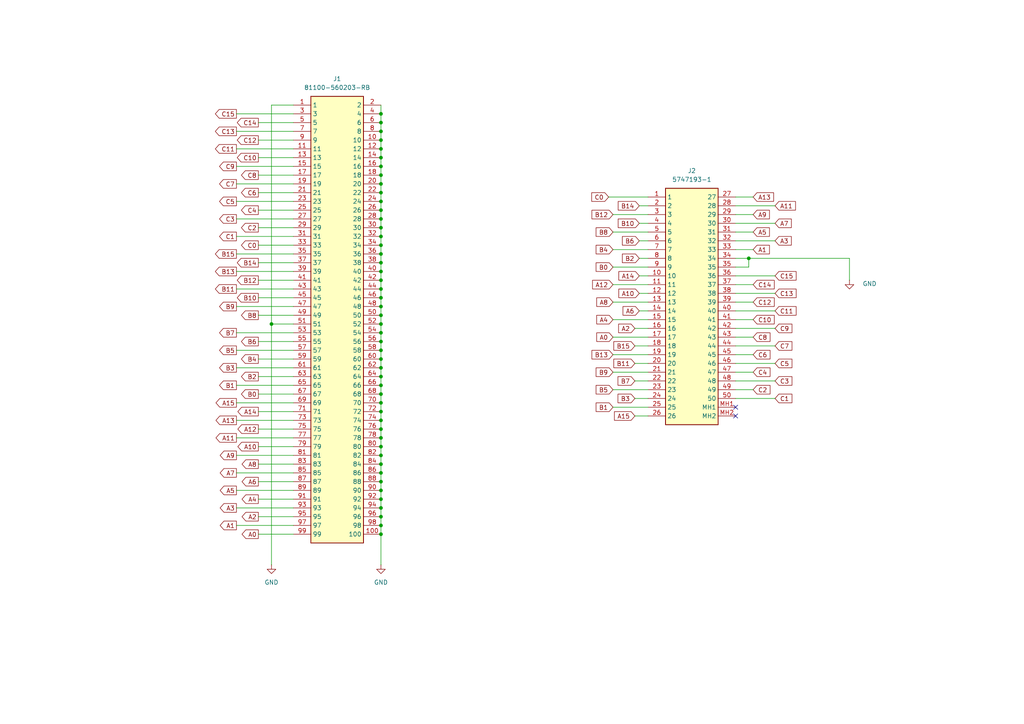
<source format=kicad_sch>
(kicad_sch (version 20231120) (generator "eeschema") (generator_version "8.0")
  (paper "A4")
  (title_block (title "ArCS Signal Adapter Flex Type 1") (date "2024-10-10") (rev "Rev 1") (company "Fermilab") (comment 1 "Marco Del Tutto"))
  (lib_symbols
    (symbol "5747193-1:5747193-1"
      (property "Reference" "J" (at 21.59 7.62 0))
      (property "Value" "5747193-1" (at 21.59 5.08 0))
      (symbol "5747193-1_1_1"
        (rectangle (start 5.08 2.54) (end 20.32 -66.04) (stroke (width 0.254)) (fill (type background)))
        (pin passive line (at 0 0 0) (length 5.08) (name "1") (number "1"))
        (pin passive line (at 0 -22.86 0) (length 5.08) (name "10") (number "10"))
        (pin passive line (at 0 -25.4 0) (length 5.08) (name "11") (number "11"))
        (pin passive line (at 0 -27.94 0) (length 5.08) (name "12") (number "12"))
        (pin passive line (at 0 -30.48 0) (length 5.08) (name "13") (number "13"))
        (pin passive line (at 0 -33.02 0) (length 5.08) (name "14") (number "14"))
        (pin passive line (at 0 -35.56 0) (length 5.08) (name "15") (number "15"))
        (pin passive line (at 0 -38.1 0) (length 5.08) (name "16") (number "16"))
        (pin passive line (at 0 -40.64 0) (length 5.08) (name "17") (number "17"))
        (pin passive line (at 0 -43.18 0) (length 5.08) (name "18") (number "18"))
        (pin passive line (at 0 -45.72 0) (length 5.08) (name "19") (number "19"))
        (pin passive line (at 0 -2.54 0) (length 5.08) (name "2") (number "2"))
        (pin passive line (at 0 -48.26 0) (length 5.08) (name "20") (number "20"))
        (pin passive line (at 0 -50.8 0) (length 5.08) (name "21") (number "21"))
        (pin passive line (at 0 -53.34 0) (length 5.08) (name "22") (number "22"))
        (pin passive line (at 0 -55.88 0) (length 5.08) (name "23") (number "23"))
        (pin passive line (at 0 -58.42 0) (length 5.08) (name "24") (number "24"))
        (pin passive line (at 0 -60.96 0) (length 5.08) (name "25") (number "25"))
        (pin passive line (at 0 -63.5 0) (length 5.08) (name "26") (number "26"))
        (pin passive line (at 25.4 0 180) (length 5.08) (name "27") (number "27"))
        (pin passive line (at 25.4 -2.54 180) (length 5.08) (name "28") (number "28"))
        (pin passive line (at 25.4 -5.08 180) (length 5.08) (name "29") (number "29"))
        (pin passive line (at 0 -5.08 0) (length 5.08) (name "3") (number "3"))
        (pin passive line (at 25.4 -7.62 180) (length 5.08) (name "30") (number "30"))
        (pin passive line (at 25.4 -10.16 180) (length 5.08) (name "31") (number "31"))
        (pin passive line (at 25.4 -12.7 180) (length 5.08) (name "32") (number "32"))
        (pin passive line (at 25.4 -15.24 180) (length 5.08) (name "33") (number "33"))
        (pin passive line (at 25.4 -17.78 180) (length 5.08) (name "34") (number "34"))
        (pin passive line (at 25.4 -20.32 180) (length 5.08) (name "35") (number "35"))
        (pin passive line (at 25.4 -22.86 180) (length 5.08) (name "36") (number "36"))
        (pin passive line (at 25.4 -25.4 180) (length 5.08) (name "37") (number "37"))
        (pin passive line (at 25.4 -27.94 180) (length 5.08) (name "38") (number "38"))
        (pin passive line (at 25.4 -30.48 180) (length 5.08) (name "39") (number "39"))
        (pin passive line (at 0 -7.62 0) (length 5.08) (name "4") (number "4"))
        (pin passive line (at 25.4 -33.02 180) (length 5.08) (name "40") (number "40"))
        (pin passive line (at 25.4 -35.56 180) (length 5.08) (name "41") (number "41"))
        (pin passive line (at 25.4 -38.1 180) (length 5.08) (name "42") (number "42"))
        (pin passive line (at 25.4 -40.64 180) (length 5.08) (name "43") (number "43"))
        (pin passive line (at 25.4 -43.18 180) (length 5.08) (name "44") (number "44"))
        (pin passive line (at 25.4 -45.72 180) (length 5.08) (name "45") (number "45"))
        (pin passive line (at 25.4 -48.26 180) (length 5.08) (name "46") (number "46"))
        (pin passive line (at 25.4 -50.8 180) (length 5.08) (name "47") (number "47"))
        (pin passive line (at 25.4 -53.34 180) (length 5.08) (name "48") (number "48"))
        (pin passive line (at 25.4 -55.88 180) (length 5.08) (name "49") (number "49"))
        (pin passive line (at 0 -10.16 0) (length 5.08) (name "5") (number "5"))
        (pin passive line (at 25.4 -58.42 180) (length 5.08) (name "50") (number "50"))
        (pin passive line (at 0 -12.7 0) (length 5.08) (name "6") (number "6"))
        (pin passive line (at 0 -15.24 0) (length 5.08) (name "7") (number "7"))
        (pin passive line (at 0 -17.78 0) (length 5.08) (name "8") (number "8"))
        (pin passive line (at 0 -20.32 0) (length 5.08) (name "9") (number "9"))
        (pin passive line (at 25.4 -60.96 180) (length 5.08) (name "MH1") (number "MH1"))
        (pin passive line (at 25.4 -63.5 180) (length 5.08) (name "MH2") (number "MH2"))
      )
    )
    (symbol "81100-560203-RB:81100-560203-RB"
      (property "Reference" "J" (at 21.59 7.62 0))
      (property "Value" "81100-560203-RB" (at 21.59 5.08 0))
      (symbol "81100-560203-RB_1_1"
        (rectangle (start 5.08 2.54) (end 20.32 -127) (stroke (width 0.254)) (fill (type background)))
        (pin passive line (at 0 0 0) (length 5.08) (name "1") (number "1"))
        (pin passive line (at 25.4 -10.16 180) (length 5.08) (name "10") (number "10"))
        (pin passive line (at 25.4 -124.46 180) (length 5.08) (name "100") (number "100"))
        (pin passive line (at 0 -12.7 0) (length 5.08) (name "11") (number "11"))
        (pin passive line (at 25.4 -12.7 180) (length 5.08) (name "12") (number "12"))
        (pin passive line (at 0 -15.24 0) (length 5.08) (name "13") (number "13"))
        (pin passive line (at 25.4 -15.24 180) (length 5.08) (name "14") (number "14"))
        (pin passive line (at 0 -17.78 0) (length 5.08) (name "15") (number "15"))
        (pin passive line (at 25.4 -17.78 180) (length 5.08) (name "16") (number "16"))
        (pin passive line (at 0 -20.32 0) (length 5.08) (name "17") (number "17"))
        (pin passive line (at 25.4 -20.32 180) (length 5.08) (name "18") (number "18"))
        (pin passive line (at 0 -22.86 0) (length 5.08) (name "19") (number "19"))
        (pin passive line (at 25.4 0 180) (length 5.08) (name "2") (number "2"))
        (pin passive line (at 25.4 -22.86 180) (length 5.08) (name "20") (number "20"))
        (pin passive line (at 0 -25.4 0) (length 5.08) (name "21") (number "21"))
        (pin passive line (at 25.4 -25.4 180) (length 5.08) (name "22") (number "22"))
        (pin passive line (at 0 -27.94 0) (length 5.08) (name "23") (number "23"))
        (pin passive line (at 25.4 -27.94 180) (length 5.08) (name "24") (number "24"))
        (pin passive line (at 0 -30.48 0) (length 5.08) (name "25") (number "25"))
        (pin passive line (at 25.4 -30.48 180) (length 5.08) (name "26") (number "26"))
        (pin passive line (at 0 -33.02 0) (length 5.08) (name "27") (number "27"))
        (pin passive line (at 25.4 -33.02 180) (length 5.08) (name "28") (number "28"))
        (pin passive line (at 0 -35.56 0) (length 5.08) (name "29") (number "29"))
        (pin passive line (at 0 -2.54 0) (length 5.08) (name "3") (number "3"))
        (pin passive line (at 25.4 -35.56 180) (length 5.08) (name "30") (number "30"))
        (pin passive line (at 0 -38.1 0) (length 5.08) (name "31") (number "31"))
        (pin passive line (at 25.4 -38.1 180) (length 5.08) (name "32") (number "32"))
        (pin passive line (at 0 -40.64 0) (length 5.08) (name "33") (number "33"))
        (pin passive line (at 25.4 -40.64 180) (length 5.08) (name "34") (number "34"))
        (pin passive line (at 0 -43.18 0) (length 5.08) (name "35") (number "35"))
        (pin passive line (at 25.4 -43.18 180) (length 5.08) (name "36") (number "36"))
        (pin passive line (at 0 -45.72 0) (length 5.08) (name "37") (number "37"))
        (pin passive line (at 25.4 -45.72 180) (length 5.08) (name "38") (number "38"))
        (pin passive line (at 0 -48.26 0) (length 5.08) (name "39") (number "39"))
        (pin passive line (at 25.4 -2.54 180) (length 5.08) (name "4") (number "4"))
        (pin passive line (at 25.4 -48.26 180) (length 5.08) (name "40") (number "40"))
        (pin passive line (at 0 -50.8 0) (length 5.08) (name "41") (number "41"))
        (pin passive line (at 25.4 -50.8 180) (length 5.08) (name "42") (number "42"))
        (pin passive line (at 0 -53.34 0) (length 5.08) (name "43") (number "43"))
        (pin passive line (at 25.4 -53.34 180) (length 5.08) (name "44") (number "44"))
        (pin passive line (at 0 -55.88 0) (length 5.08) (name "45") (number "45"))
        (pin passive line (at 25.4 -55.88 180) (length 5.08) (name "46") (number "46"))
        (pin passive line (at 0 -58.42 0) (length 5.08) (name "47") (number "47"))
        (pin passive line (at 25.4 -58.42 180) (length 5.08) (name "48") (number "48"))
        (pin passive line (at 0 -60.96 0) (length 5.08) (name "49") (number "49"))
        (pin passive line (at 0 -5.08 0) (length 5.08) (name "5") (number "5"))
        (pin passive line (at 25.4 -60.96 180) (length 5.08) (name "50") (number "50"))
        (pin passive line (at 0 -63.5 0) (length 5.08) (name "51") (number "51"))
        (pin passive line (at 25.4 -63.5 180) (length 5.08) (name "52") (number "52"))
        (pin passive line (at 0 -66.04 0) (length 5.08) (name "53") (number "53"))
        (pin passive line (at 25.4 -66.04 180) (length 5.08) (name "54") (number "54"))
        (pin passive line (at 0 -68.58 0) (length 5.08) (name "55") (number "55"))
        (pin passive line (at 25.4 -68.58 180) (length 5.08) (name "56") (number "56"))
        (pin passive line (at 0 -71.12 0) (length 5.08) (name "57") (number "57"))
        (pin passive line (at 25.4 -71.12 180) (length 5.08) (name "58") (number "58"))
        (pin passive line (at 0 -73.66 0) (length 5.08) (name "59") (number "59"))
        (pin passive line (at 25.4 -5.08 180) (length 5.08) (name "6") (number "6"))
        (pin passive line (at 25.4 -73.66 180) (length 5.08) (name "60") (number "60"))
        (pin passive line (at 0 -76.2 0) (length 5.08) (name "61") (number "61"))
        (pin passive line (at 25.4 -76.2 180) (length 5.08) (name "62") (number "62"))
        (pin passive line (at 0 -78.74 0) (length 5.08) (name "63") (number "63"))
        (pin passive line (at 25.4 -78.74 180) (length 5.08) (name "64") (number "64"))
        (pin passive line (at 0 -81.28 0) (length 5.08) (name "65") (number "65"))
        (pin passive line (at 25.4 -81.28 180) (length 5.08) (name "66") (number "66"))
        (pin passive line (at 0 -83.82 0) (length 5.08) (name "67") (number "67"))
        (pin passive line (at 25.4 -83.82 180) (length 5.08) (name "68") (number "68"))
        (pin passive line (at 0 -86.36 0) (length 5.08) (name "69") (number "69"))
        (pin passive line (at 0 -7.62 0) (length 5.08) (name "7") (number "7"))
        (pin passive line (at 25.4 -86.36 180) (length 5.08) (name "70") (number "70"))
        (pin passive line (at 0 -88.9 0) (length 5.08) (name "71") (number "71"))
        (pin passive line (at 25.4 -88.9 180) (length 5.08) (name "72") (number "72"))
        (pin passive line (at 0 -91.44 0) (length 5.08) (name "73") (number "73"))
        (pin passive line (at 25.4 -91.44 180) (length 5.08) (name "74") (number "74"))
        (pin passive line (at 0 -93.98 0) (length 5.08) (name "75") (number "75"))
        (pin passive line (at 25.4 -93.98 180) (length 5.08) (name "76") (number "76"))
        (pin passive line (at 0 -96.52 0) (length 5.08) (name "77") (number "77"))
        (pin passive line (at 25.4 -96.52 180) (length 5.08) (name "78") (number "78"))
        (pin passive line (at 0 -99.06 0) (length 5.08) (name "79") (number "79"))
        (pin passive line (at 25.4 -7.62 180) (length 5.08) (name "8") (number "8"))
        (pin passive line (at 25.4 -99.06 180) (length 5.08) (name "80") (number "80"))
        (pin passive line (at 0 -101.6 0) (length 5.08) (name "81") (number "81"))
        (pin passive line (at 25.4 -101.6 180) (length 5.08) (name "82") (number "82"))
        (pin passive line (at 0 -104.14 0) (length 5.08) (name "83") (number "83"))
        (pin passive line (at 25.4 -104.14 180) (length 5.08) (name "84") (number "84"))
        (pin passive line (at 0 -106.68 0) (length 5.08) (name "85") (number "85"))
        (pin passive line (at 25.4 -106.68 180) (length 5.08) (name "86") (number "86"))
        (pin passive line (at 0 -109.22 0) (length 5.08) (name "87") (number "87"))
        (pin passive line (at 25.4 -109.22 180) (length 5.08) (name "88") (number "88"))
        (pin passive line (at 0 -111.76 0) (length 5.08) (name "89") (number "89"))
        (pin passive line (at 0 -10.16 0) (length 5.08) (name "9") (number "9"))
        (pin passive line (at 25.4 -111.76 180) (length 5.08) (name "90") (number "90"))
        (pin passive line (at 0 -114.3 0) (length 5.08) (name "91") (number "91"))
        (pin passive line (at 25.4 -114.3 180) (length 5.08) (name "92") (number "92"))
        (pin passive line (at 0 -116.84 0) (length 5.08) (name "93") (number "93"))
        (pin passive line (at 25.4 -116.84 180) (length 5.08) (name "94") (number "94"))
        (pin passive line (at 0 -119.38 0) (length 5.08) (name "95") (number "95"))
        (pin passive line (at 25.4 -119.38 180) (length 5.08) (name "96") (number "96"))
        (pin passive line (at 0 -121.92 0) (length 5.08) (name "97") (number "97"))
        (pin passive line (at 25.4 -121.92 180) (length 5.08) (name "98") (number "98"))
        (pin passive line (at 0 -124.46 0) (length 5.08) (name "99") (number "99"))
      )
    )
    (symbol "power:GND" (power) (pin_numbers hide) (pin_names (offset 0) hide)
      (property "Value" "GND" (at 0 -3.81 0))
      (symbol "GND_0_1"
        (polyline (pts (xy 0 0) (xy 0 -1.27) (xy 1.27 -1.27) (xy 0 -2.54) (xy -1.27 -1.27) (xy 0 -1.27)))
      )
      (symbol "GND_1_1"
        (pin power_in line (at 0 0 270) (length 0) (name "~") (number "1"))
      )
    )
  )
  (junction (at 110.49 86.36))
  (junction (at 217.17 74.93))
  (junction (at 110.49 83.82))
  (junction (at 110.49 121.92))
  (junction (at 78.74 93.98))
  (junction (at 110.49 81.28))
  (junction (at 110.49 48.26))
  (junction (at 110.49 124.46))
  (junction (at 110.49 63.5))
  (junction (at 110.49 154.94))
  (junction (at 110.49 60.96))
  (junction (at 110.49 40.64))
  (junction (at 110.49 139.7))
  (junction (at 110.49 106.68))
  (junction (at 110.49 101.6))
  (junction (at 110.49 35.56))
  (junction (at 110.49 71.12))
  (junction (at 110.49 99.06))
  (junction (at 110.49 55.88))
  (junction (at 110.49 109.22))
  (junction (at 110.49 152.4))
  (junction (at 110.49 114.3))
  (junction (at 110.49 129.54))
  (junction (at 110.49 132.08))
  (junction (at 110.49 137.16))
  (junction (at 110.49 119.38))
  (junction (at 110.49 147.32))
  (junction (at 110.49 111.76))
  (junction (at 110.49 142.24))
  (junction (at 110.49 88.9))
  (junction (at 110.49 134.62))
  (junction (at 110.49 127))
  (junction (at 110.49 76.2))
  (junction (at 110.49 116.84))
  (junction (at 110.49 104.14))
  (junction (at 110.49 66.04))
  (junction (at 110.49 33.02))
  (junction (at 110.49 144.78))
  (junction (at 110.49 68.58))
  (junction (at 110.49 38.1))
  (junction (at 110.49 149.86))
  (junction (at 110.49 53.34))
  (junction (at 110.49 93.98))
  (junction (at 110.49 78.74))
  (junction (at 110.49 58.42))
  (junction (at 110.49 43.18))
  (junction (at 110.49 50.8))
  (junction (at 110.49 91.44))
  (junction (at 110.49 45.72))
  (junction (at 110.49 96.52))
  (junction (at 110.49 73.66))
  (no_connect (at 213.36 120.65))
  (no_connect (at 213.36 118.11))
  (wire (pts (xy 68.58 147.32) (xy 85.09 147.32)))
  (wire (pts (xy 68.58 116.84) (xy 85.09 116.84)))
  (wire (pts (xy 68.58 101.6) (xy 85.09 101.6)))
  (wire (pts (xy 187.96 74.93) (xy 185.42 74.93)))
  (wire (pts (xy 218.44 67.31) (xy 213.36 67.31)))
  (wire (pts (xy 74.93 71.12) (xy 85.09 71.12)))
  (wire (pts (xy 177.8 67.31) (xy 187.96 67.31)))
  (wire (pts (xy 177.8 107.95) (xy 187.96 107.95)))
  (wire (pts (xy 74.93 114.3) (xy 85.09 114.3)))
  (wire (pts (xy 110.49 45.72) (xy 110.49 48.26)))
  (wire (pts (xy 110.49 43.18) (xy 110.49 45.72)))
  (wire (pts (xy 68.58 111.76) (xy 85.09 111.76)))
  (wire (pts (xy 224.79 85.09) (xy 213.36 85.09)))
  (wire (pts (xy 68.58 33.02) (xy 85.09 33.02)))
  (wire (pts (xy 213.36 74.93) (xy 217.17 74.93)))
  (wire (pts (xy 74.93 119.38) (xy 85.09 119.38)))
  (wire (pts (xy 68.58 58.42) (xy 85.09 58.42)))
  (wire (pts (xy 110.49 124.46) (xy 110.49 127)))
  (wire (pts (xy 224.79 95.25) (xy 213.36 95.25)))
  (wire (pts (xy 217.17 77.47) (xy 217.17 74.93)))
  (wire (pts (xy 74.93 86.36) (xy 85.09 86.36)))
  (wire (pts (xy 74.93 76.2) (xy 85.09 76.2)))
  (wire (pts (xy 110.49 149.86) (xy 110.49 152.4)))
  (wire (pts (xy 110.49 88.9) (xy 110.49 91.44)))
  (wire (pts (xy 68.58 83.82) (xy 85.09 83.82)))
  (wire (pts (xy 218.44 102.87) (xy 213.36 102.87)))
  (wire (pts (xy 110.49 93.98) (xy 110.49 96.52)))
  (wire (pts (xy 110.49 142.24) (xy 110.49 144.78)))
  (wire (pts (xy 224.79 59.69) (xy 213.36 59.69)))
  (wire (pts (xy 224.79 105.41) (xy 213.36 105.41)))
  (wire (pts (xy 74.93 134.62) (xy 85.09 134.62)))
  (wire (pts (xy 177.8 62.23) (xy 187.96 62.23)))
  (wire (pts (xy 74.93 45.72) (xy 85.09 45.72)))
  (wire (pts (xy 74.93 109.22) (xy 85.09 109.22)))
  (wire (pts (xy 74.93 66.04) (xy 85.09 66.04)))
  (wire (pts (xy 177.8 97.79) (xy 187.96 97.79)))
  (wire (pts (xy 68.58 48.26) (xy 85.09 48.26)))
  (wire (pts (xy 110.49 33.02) (xy 110.49 35.56)))
  (wire (pts (xy 218.44 62.23) (xy 213.36 62.23)))
  (wire (pts (xy 110.49 154.94) (xy 110.49 163.83)))
  (wire (pts (xy 177.8 87.63) (xy 187.96 87.63)))
  (wire (pts (xy 110.49 53.34) (xy 110.49 55.88)))
  (wire (pts (xy 74.93 99.06) (xy 85.09 99.06)))
  (wire (pts (xy 110.49 121.92) (xy 110.49 124.46)))
  (wire (pts (xy 184.15 110.49) (xy 187.96 110.49)))
  (wire (pts (xy 184.15 100.33) (xy 187.96 100.33)))
  (wire (pts (xy 218.44 72.39) (xy 213.36 72.39)))
  (wire (pts (xy 110.49 147.32) (xy 110.49 149.86)))
  (wire (pts (xy 217.17 74.93) (xy 246.38 74.93)))
  (wire (pts (xy 110.49 71.12) (xy 110.49 73.66)))
  (wire (pts (xy 110.49 152.4) (xy 110.49 154.94)))
  (wire (pts (xy 68.58 43.18) (xy 85.09 43.18)))
  (wire (pts (xy 74.93 149.86) (xy 85.09 149.86)))
  (wire (pts (xy 184.15 95.25) (xy 187.96 95.25)))
  (wire (pts (xy 224.79 64.77) (xy 213.36 64.77)))
  (wire (pts (xy 177.8 92.71) (xy 187.96 92.71)))
  (wire (pts (xy 224.79 115.57) (xy 213.36 115.57)))
  (wire (pts (xy 110.49 83.82) (xy 110.49 86.36)))
  (wire (pts (xy 224.79 100.33) (xy 213.36 100.33)))
  (wire (pts (xy 110.49 129.54) (xy 110.49 132.08)))
  (wire (pts (xy 68.58 78.74) (xy 85.09 78.74)))
  (wire (pts (xy 187.96 69.85) (xy 185.42 69.85)))
  (wire (pts (xy 110.49 58.42) (xy 110.49 60.96)))
  (wire (pts (xy 110.49 60.96) (xy 110.49 63.5)))
  (wire (pts (xy 110.49 40.64) (xy 110.49 43.18)))
  (wire (pts (xy 110.49 144.78) (xy 110.49 147.32)))
  (wire (pts (xy 177.8 82.55) (xy 187.96 82.55)))
  (wire (pts (xy 110.49 96.52) (xy 110.49 99.06)))
  (wire (pts (xy 187.96 77.47) (xy 177.8 77.47)))
  (wire (pts (xy 110.49 134.62) (xy 110.49 137.16)))
  (wire (pts (xy 110.49 76.2) (xy 110.49 78.74)))
  (wire (pts (xy 74.93 129.54) (xy 85.09 129.54)))
  (wire (pts (xy 110.49 63.5) (xy 110.49 66.04)))
  (wire (pts (xy 184.15 115.57) (xy 187.96 115.57)))
  (wire (pts (xy 110.49 137.16) (xy 110.49 139.7)))
  (wire (pts (xy 68.58 142.24) (xy 85.09 142.24)))
  (wire (pts (xy 74.93 91.44) (xy 85.09 91.44)))
  (wire (pts (xy 68.58 132.08) (xy 85.09 132.08)))
  (wire (pts (xy 177.8 102.87) (xy 187.96 102.87)))
  (wire (pts (xy 110.49 66.04) (xy 110.49 68.58)))
  (wire (pts (xy 68.58 53.34) (xy 85.09 53.34)))
  (wire (pts (xy 74.93 124.46) (xy 85.09 124.46)))
  (wire (pts (xy 110.49 104.14) (xy 110.49 106.68)))
  (wire (pts (xy 68.58 127) (xy 85.09 127)))
  (wire (pts (xy 177.8 113.03) (xy 187.96 113.03)))
  (wire (pts (xy 184.15 105.41) (xy 187.96 105.41)))
  (wire (pts (xy 110.49 73.66) (xy 110.49 76.2)))
  (wire (pts (xy 110.49 55.88) (xy 110.49 58.42)))
  (wire (pts (xy 78.74 93.98) (xy 78.74 163.83)))
  (wire (pts (xy 110.49 35.56) (xy 110.49 38.1)))
  (wire (pts (xy 218.44 57.15) (xy 213.36 57.15)))
  (wire (pts (xy 185.42 85.09) (xy 187.96 85.09)))
  (wire (pts (xy 68.58 152.4) (xy 85.09 152.4)))
  (wire (pts (xy 68.58 121.92) (xy 85.09 121.92)))
  (wire (pts (xy 110.49 68.58) (xy 110.49 71.12)))
  (wire (pts (xy 187.96 72.39) (xy 177.8 72.39)))
  (wire (pts (xy 74.93 144.78) (xy 85.09 144.78)))
  (wire (pts (xy 78.74 30.48) (xy 78.74 93.98)))
  (wire (pts (xy 110.49 106.68) (xy 110.49 109.22)))
  (wire (pts (xy 78.74 93.98) (xy 85.09 93.98)))
  (wire (pts (xy 68.58 106.68) (xy 85.09 106.68)))
  (wire (pts (xy 218.44 87.63) (xy 213.36 87.63)))
  (wire (pts (xy 74.93 50.8) (xy 85.09 50.8)))
  (wire (pts (xy 68.58 73.66) (xy 85.09 73.66)))
  (wire (pts (xy 110.49 111.76) (xy 110.49 114.3)))
  (wire (pts (xy 74.93 104.14) (xy 85.09 104.14)))
  (wire (pts (xy 218.44 92.71) (xy 213.36 92.71)))
  (wire (pts (xy 110.49 132.08) (xy 110.49 134.62)))
  (wire (pts (xy 110.49 119.38) (xy 110.49 121.92)))
  (wire (pts (xy 110.49 101.6) (xy 110.49 104.14)))
  (wire (pts (xy 68.58 68.58) (xy 85.09 68.58)))
  (wire (pts (xy 110.49 127) (xy 110.49 129.54)))
  (wire (pts (xy 218.44 97.79) (xy 213.36 97.79)))
  (wire (pts (xy 68.58 63.5) (xy 85.09 63.5)))
  (wire (pts (xy 176.53 57.15) (xy 187.96 57.15)))
  (wire (pts (xy 184.15 120.65) (xy 187.96 120.65)))
  (wire (pts (xy 74.93 60.96) (xy 85.09 60.96)))
  (wire (pts (xy 74.93 35.56) (xy 85.09 35.56)))
  (wire (pts (xy 110.49 38.1) (xy 110.49 40.64)))
  (wire (pts (xy 110.49 116.84) (xy 110.49 119.38)))
  (wire (pts (xy 213.36 77.47) (xy 217.17 77.47)))
  (wire (pts (xy 218.44 82.55) (xy 213.36 82.55)))
  (wire (pts (xy 185.42 64.77) (xy 187.96 64.77)))
  (wire (pts (xy 185.42 59.69) (xy 187.96 59.69)))
  (wire (pts (xy 74.93 55.88) (xy 85.09 55.88)))
  (wire (pts (xy 110.49 99.06) (xy 110.49 101.6)))
  (wire (pts (xy 110.49 81.28) (xy 110.49 83.82)))
  (wire (pts (xy 224.79 90.17) (xy 213.36 90.17)))
  (wire (pts (xy 110.49 139.7) (xy 110.49 142.24)))
  (wire (pts (xy 224.79 110.49) (xy 213.36 110.49)))
  (wire (pts (xy 110.49 30.48) (xy 110.49 33.02)))
  (wire (pts (xy 110.49 109.22) (xy 110.49 111.76)))
  (wire (pts (xy 110.49 114.3) (xy 110.49 116.84)))
  (wire (pts (xy 110.49 48.26) (xy 110.49 50.8)))
  (wire (pts (xy 110.49 91.44) (xy 110.49 93.98)))
  (wire (pts (xy 110.49 50.8) (xy 110.49 53.34)))
  (wire (pts (xy 218.44 107.95) (xy 213.36 107.95)))
  (wire (pts (xy 110.49 78.74) (xy 110.49 81.28)))
  (wire (pts (xy 68.58 88.9) (xy 85.09 88.9)))
  (wire (pts (xy 110.49 86.36) (xy 110.49 88.9)))
  (wire (pts (xy 224.79 80.01) (xy 213.36 80.01)))
  (wire (pts (xy 246.38 74.93) (xy 246.38 81.28)))
  (wire (pts (xy 74.93 81.28) (xy 85.09 81.28)))
  (wire (pts (xy 74.93 139.7) (xy 85.09 139.7)))
  (wire (pts (xy 185.42 90.17) (xy 187.96 90.17)))
  (wire (pts (xy 224.79 69.85) (xy 213.36 69.85)))
  (wire (pts (xy 68.58 38.1) (xy 85.09 38.1)))
  (wire (pts (xy 74.93 40.64) (xy 85.09 40.64)))
  (wire (pts (xy 185.42 80.01) (xy 187.96 80.01)))
  (wire (pts (xy 177.8 118.11) (xy 187.96 118.11)))
  (wire (pts (xy 74.93 154.94) (xy 85.09 154.94)))
  (wire (pts (xy 85.09 30.48) (xy 78.74 30.48)))
  (wire (pts (xy 68.58 96.52) (xy 85.09 96.52)))
  (wire (pts (xy 218.44 113.03) (xy 213.36 113.03)))
  (wire (pts (xy 68.58 137.16) (xy 85.09 137.16)))
  (global_label "B12" (shape output) (at 74.93 81.28 180) (property "Intersheetrefs" "${INTERSHEET_REFS}" (effects (hide yes))))
  (global_label "C1" (shape output) (at 68.58 68.58 180) (property "Intersheetrefs" "${INTERSHEET_REFS}" (effects (hide yes))))
  (global_label "A9" (shape input) (at 218.44 62.23 0) (property "Intersheetrefs" "${INTERSHEET_REFS}" (effects (hide yes))))
  (global_label "B14" (shape input) (at 185.42 59.69 180) (property "Intersheetrefs" "${INTERSHEET_REFS}" (effects (hide yes))))
  (global_label "A6" (shape output) (at 74.93 139.7 180) (property "Intersheetrefs" "${INTERSHEET_REFS}" (effects (hide yes))))
  (global_label "C6" (shape output) (at 74.93 55.88 180) (property "Intersheetrefs" "${INTERSHEET_REFS}" (effects (hide yes))))
  (global_label "B9" (shape output) (at 68.58 88.9 180) (property "Intersheetrefs" "${INTERSHEET_REFS}" (effects (hide yes))))
  (global_label "C2" (shape output) (at 74.93 66.04 180) (property "Intersheetrefs" "${INTERSHEET_REFS}" (effects (hide yes))))
  (global_label "B0" (shape input) (at 177.8 77.47 180) (property "Intersheetrefs" "${INTERSHEET_REFS}" (effects (hide yes))))
  (global_label "A0" (shape input) (at 177.8 97.79 180) (property "Intersheetrefs" "${INTERSHEET_REFS}" (effects (hide yes))))
  (global_label "C12" (shape input) (at 218.44 87.63 0) (property "Intersheetrefs" "${INTERSHEET_REFS}" (effects (hide yes))))
  (global_label "C14" (shape output) (at 74.93 35.56 180) (property "Intersheetrefs" "${INTERSHEET_REFS}" (effects (hide yes))))
  (global_label "C7" (shape input) (at 224.79 100.33 0) (property "Intersheetrefs" "${INTERSHEET_REFS}" (effects (hide yes))))
  (global_label "A5" (shape output) (at 68.58 142.24 180) (property "Intersheetrefs" "${INTERSHEET_REFS}" (effects (hide yes))))
  (global_label "B13" (shape input) (at 177.8 102.87 180) (property "Intersheetrefs" "${INTERSHEET_REFS}" (effects (hide yes))))
  (global_label "C9" (shape input) (at 224.79 95.25 0) (property "Intersheetrefs" "${INTERSHEET_REFS}" (effects (hide yes))))
  (global_label "B7" (shape input) (at 184.15 110.49 180) (property "Intersheetrefs" "${INTERSHEET_REFS}" (effects (hide yes))))
  (global_label "A9" (shape output) (at 68.58 132.08 180) (property "Intersheetrefs" "${INTERSHEET_REFS}" (effects (hide yes))))
  (global_label "B0" (shape output) (at 74.93 114.3 180) (property "Intersheetrefs" "${INTERSHEET_REFS}" (effects (hide yes))))
  (global_label "B8" (shape input) (at 177.8 67.31 180) (property "Intersheetrefs" "${INTERSHEET_REFS}" (effects (hide yes))))
  (global_label "C13" (shape output) (at 68.58 38.1 180) (property "Intersheetrefs" "${INTERSHEET_REFS}" (effects (hide yes))))
  (global_label "C0" (shape output) (at 74.93 71.12 180) (property "Intersheetrefs" "${INTERSHEET_REFS}" (effects (hide yes))))
  (global_label "C5" (shape input) (at 224.79 105.41 0) (property "Intersheetrefs" "${INTERSHEET_REFS}" (effects (hide yes))))
  (global_label "B3" (shape input) (at 184.15 115.57 180) (property "Intersheetrefs" "${INTERSHEET_REFS}" (effects (hide yes))))
  (global_label "B1" (shape output) (at 68.58 111.76 180) (property "Intersheetrefs" "${INTERSHEET_REFS}" (effects (hide yes))))
  (global_label "A3" (shape input) (at 224.79 69.85 0) (property "Intersheetrefs" "${INTERSHEET_REFS}" (effects (hide yes))))
  (global_label "A1" (shape output) (at 68.58 152.4 180) (property "Intersheetrefs" "${INTERSHEET_REFS}" (effects (hide yes))))
  (global_label "C4" (shape output) (at 74.93 60.96 180) (property "Intersheetrefs" "${INTERSHEET_REFS}" (effects (hide yes))))
  (global_label "C11" (shape input) (at 224.79 90.17 0) (property "Intersheetrefs" "${INTERSHEET_REFS}" (effects (hide yes))))
  (global_label "C5" (shape output) (at 68.58 58.42 180) (property "Intersheetrefs" "${INTERSHEET_REFS}" (effects (hide yes))))
  (global_label "B5" (shape output) (at 68.58 101.6 180) (property "Intersheetrefs" "${INTERSHEET_REFS}" (effects (hide yes))))
  (global_label "C3" (shape input) (at 224.79 110.49 0) (property "Intersheetrefs" "${INTERSHEET_REFS}" (effects (hide yes))))
  (global_label "A7" (shape output) (at 68.58 137.16 180) (property "Intersheetrefs" "${INTERSHEET_REFS}" (effects (hide yes))))
  (global_label "C0" (shape input) (at 176.53 57.15 180) (property "Intersheetrefs" "${INTERSHEET_REFS}" (effects (hide yes))))
  (global_label "A4" (shape output) (at 74.93 144.78 180) (property "Intersheetrefs" "${INTERSHEET_REFS}" (effects (hide yes))))
  (global_label "B11" (shape input) (at 184.15 105.41 180) (property "Intersheetrefs" "${INTERSHEET_REFS}" (effects (hide yes))))
  (global_label "A10" (shape output) (at 74.93 129.54 180) (property "Intersheetrefs" "${INTERSHEET_REFS}" (effects (hide yes))))
  (global_label "C1" (shape input) (at 224.79 115.57 0) (property "Intersheetrefs" "${INTERSHEET_REFS}" (effects (hide yes))))
  (global_label "B7" (shape output) (at 68.58 96.52 180) (property "Intersheetrefs" "${INTERSHEET_REFS}" (effects (hide yes))))
  (global_label "A6" (shape input) (at 185.42 90.17 180) (property "Intersheetrefs" "${INTERSHEET_REFS}" (effects (hide yes))))
  (global_label "B8" (shape output) (at 74.93 91.44 180) (property "Intersheetrefs" "${INTERSHEET_REFS}" (effects (hide yes))))
  (global_label "B11" (shape output) (at 68.58 83.82 180) (property "Intersheetrefs" "${INTERSHEET_REFS}" (effects (hide yes))))
  (global_label "B14" (shape output) (at 74.93 76.2 180) (property "Intersheetrefs" "${INTERSHEET_REFS}" (effects (hide yes))))
  (global_label "A10" (shape input) (at 185.42 85.09 180) (property "Intersheetrefs" "${INTERSHEET_REFS}" (effects (hide yes))))
  (global_label "C13" (shape input) (at 224.79 85.09 0) (property "Intersheetrefs" "${INTERSHEET_REFS}" (effects (hide yes))))
  (global_label "C9" (shape output) (at 68.58 48.26 180) (property "Intersheetrefs" "${INTERSHEET_REFS}" (effects (hide yes))))
  (global_label "B4" (shape output) (at 74.93 104.14 180) (property "Intersheetrefs" "${INTERSHEET_REFS}" (effects (hide yes))))
  (global_label "B5" (shape input) (at 177.8 113.03 180) (property "Intersheetrefs" "${INTERSHEET_REFS}" (effects (hide yes))))
  (global_label "B3" (shape output) (at 68.58 106.68 180) (property "Intersheetrefs" "${INTERSHEET_REFS}" (effects (hide yes))))
  (global_label "B6" (shape input) (at 185.42 69.85 180) (property "Intersheetrefs" "${INTERSHEET_REFS}" (effects (hide yes))))
  (global_label "C7" (shape output) (at 68.58 53.34 180) (property "Intersheetrefs" "${INTERSHEET_REFS}" (effects (hide yes))))
  (global_label "B10" (shape output) (at 74.93 86.36 180) (property "Intersheetrefs" "${INTERSHEET_REFS}" (effects (hide yes))))
  (global_label "A12" (shape input) (at 177.8 82.55 180) (property "Intersheetrefs" "${INTERSHEET_REFS}" (effects (hide yes))))
  (global_label "B4" (shape input) (at 177.8 72.39 180) (property "Intersheetrefs" "${INTERSHEET_REFS}" (effects (hide yes))))
  (global_label "C3" (shape output) (at 68.58 63.5 180) (property "Intersheetrefs" "${INTERSHEET_REFS}" (effects (hide yes))))
  (global_label "C6" (shape input) (at 218.44 102.87 0) (property "Intersheetrefs" "${INTERSHEET_REFS}" (effects (hide yes))))
  (global_label "B12" (shape input) (at 177.8 62.23 180) (property "Intersheetrefs" "${INTERSHEET_REFS}" (effects (hide yes))))
  (global_label "C11" (shape output) (at 68.58 43.18 180) (property "Intersheetrefs" "${INTERSHEET_REFS}" (effects (hide yes))))
  (global_label "A14" (shape output) (at 74.93 119.38 180) (property "Intersheetrefs" "${INTERSHEET_REFS}" (effects (hide yes))))
  (global_label "B2" (shape output) (at 74.93 109.22 180) (property "Intersheetrefs" "${INTERSHEET_REFS}" (effects (hide yes))))
  (global_label "C15" (shape input) (at 224.79 80.01 0) (property "Intersheetrefs" "${INTERSHEET_REFS}" (effects (hide yes))))
  (global_label "A13" (shape output) (at 68.58 121.92 180) (property "Intersheetrefs" "${INTERSHEET_REFS}" (effects (hide yes))))
  (global_label "C8" (shape output) (at 74.93 50.8 180) (property "Intersheetrefs" "${INTERSHEET_REFS}" (effects (hide yes))))
  (global_label "B2" (shape input) (at 185.42 74.93 180) (property "Intersheetrefs" "${INTERSHEET_REFS}" (effects (hide yes))))
  (global_label "B1" (shape input) (at 177.8 118.11 180) (property "Intersheetrefs" "${INTERSHEET_REFS}" (effects (hide yes))))
  (global_label "C15" (shape output) (at 68.58 33.02 180) (property "Intersheetrefs" "${INTERSHEET_REFS}" (effects (hide yes))))
  (global_label "C8" (shape input) (at 218.44 97.79 0) (property "Intersheetrefs" "${INTERSHEET_REFS}" (effects (hide yes))))
  (global_label "C10" (shape output) (at 74.93 45.72 180) (property "Intersheetrefs" "${INTERSHEET_REFS}" (effects (hide yes))))
  (global_label "A11" (shape output) (at 68.58 127 180) (property "Intersheetrefs" "${INTERSHEET_REFS}" (effects (hide yes))))
  (global_label "B9" (shape input) (at 177.8 107.95 180) (property "Intersheetrefs" "${INTERSHEET_REFS}" (effects (hide yes))))
  (global_label "A0" (shape output) (at 74.93 154.94 180) (property "Intersheetrefs" "${INTERSHEET_REFS}" (effects (hide yes))))
  (global_label "B10" (shape input) (at 185.42 64.77 180) (property "Intersheetrefs" "${INTERSHEET_REFS}" (effects (hide yes))))
  (global_label "A15" (shape input) (at 184.15 120.65 180) (property "Intersheetrefs" "${INTERSHEET_REFS}" (effects (hide yes))))
  (global_label "B13" (shape output) (at 68.58 78.74 180) (property "Intersheetrefs" "${INTERSHEET_REFS}" (effects (hide yes))))
  (global_label "A4" (shape input) (at 177.8 92.71 180) (property "Intersheetrefs" "${INTERSHEET_REFS}" (effects (hide yes))))
  (global_label "C4" (shape input) (at 218.44 107.95 0) (property "Intersheetrefs" "${INTERSHEET_REFS}" (effects (hide yes))))
  (global_label "A14" (shape input) (at 185.42 80.01 180) (property "Intersheetrefs" "${INTERSHEET_REFS}" (effects (hide yes))))
  (global_label "C14" (shape input) (at 218.44 82.55 0) (property "Intersheetrefs" "${INTERSHEET_REFS}" (effects (hide yes))))
  (global_label "A13" (shape input) (at 218.44 57.15 0) (property "Intersheetrefs" "${INTERSHEET_REFS}" (effects (hide yes))))
  (global_label "A11" (shape input) (at 224.79 59.69 0) (property "Intersheetrefs" "${INTERSHEET_REFS}" (effects (hide yes))))
  (global_label "A12" (shape output) (at 74.93 124.46 180) (property "Intersheetrefs" "${INTERSHEET_REFS}" (effects (hide yes))))
  (global_label "A1" (shape input) (at 218.44 72.39 0) (property "Intersheetrefs" "${INTERSHEET_REFS}" (effects (hide yes))))
  (global_label "B15" (shape output) (at 68.58 73.66 180) (property "Intersheetrefs" "${INTERSHEET_REFS}" (effects (hide yes))))
  (global_label "A2" (shape output) (at 74.93 149.86 180) (property "Intersheetrefs" "${INTERSHEET_REFS}" (effects (hide yes))))
  (global_label "A3" (shape output) (at 68.58 147.32 180) (property "Intersheetrefs" "${INTERSHEET_REFS}" (effects (hide yes))))
  (global_label "A15" (shape output) (at 68.58 116.84 180) (property "Intersheetrefs" "${INTERSHEET_REFS}" (effects (hide yes))))
  (global_label "A5" (shape input) (at 218.44 67.31 0) (property "Intersheetrefs" "${INTERSHEET_REFS}" (effects (hide yes))))
  (global_label "A8" (shape output) (at 74.93 134.62 180) (property "Intersheetrefs" "${INTERSHEET_REFS}" (effects (hide yes))))
  (global_label "A2" (shape input) (at 184.15 95.25 180) (property "Intersheetrefs" "${INTERSHEET_REFS}" (effects (hide yes))))
  (global_label "B15" (shape input) (at 184.15 100.33 180) (property "Intersheetrefs" "${INTERSHEET_REFS}" (effects (hide yes))))
  (global_label "C2" (shape input) (at 218.44 113.03 0) (property "Intersheetrefs" "${INTERSHEET_REFS}" (effects (hide yes))))
  (global_label "A7" (shape input) (at 224.79 64.77 0) (property "Intersheetrefs" "${INTERSHEET_REFS}" (effects (hide yes))))
  (global_label "C10" (shape input) (at 218.44 92.71 0) (property "Intersheetrefs" "${INTERSHEET_REFS}" (effects (hide yes))))
  (global_label "C12" (shape output) (at 74.93 40.64 180) (property "Intersheetrefs" "${INTERSHEET_REFS}" (effects (hide yes))))
  (global_label "B6" (shape output) (at 74.93 99.06 180) (property "Intersheetrefs" "${INTERSHEET_REFS}" (effects (hide yes))))
  (global_label "A8" (shape input) (at 177.8 87.63 180) (property "Intersheetrefs" "${INTERSHEET_REFS}" (effects (hide yes))))
  (symbol (lib_id "5747193-1:5747193-1") (at 187.96 57.15 0) (unit 1)
    (property "Reference" "J2" (at 200.66 49.53 0))
    (property "Value" "5747193-1" (at 200.66 52.07 0))
    (property "Footprint" "KiCad3:57471931" (effects (hide yes)))
    (property "Datasheet" "https://www.te.com/commerce/DocumentDelivery/DDEController?Action=srchrtrv&DocNm=82068_AMPLIMITE_Right-Angle_Posted_Conn&DocType=Catalog%20Section&DocLang=English&PartCntxt=5747193-1&DocFormat=pdf" (effects (hide yes)))
    (property "Description" "Body Features: Mating Feature Material Steel | Primary Product Color Black | Insert Material Thermoplastic | Connector Profile High | Mating Feature Plating Material Zinc | Shell Plating Material Tin | Configuration Features: Number of Positions 50 | PCB Mount Orientation Right Angle | Number of Rows 3 | Contact Features: Contact Shape & Form Square | Contact Mating Area Plating Material Gold Flash | Contact Base Material Phosphor Bronze | Contact Current Rating (Max) 6 AMP | Contact Underplating Material N" (effects (hide yes)))
    (property "Height" "15.748" (effects (hide yes)))
    (property "Manufacturer_Name" "TE Connectivity" (effects (hide yes)))
    (property "Manufacturer_Part_Number" "5747193-1" (effects (hide yes)))
    (property "Mouser Part Number" "571-5747193-1" (effects (hide yes)))
    (property "Mouser Price/Stock" "https://www.mouser.co.uk/ProductDetail/TE-Connectivity/5747193-1?qs=mno522deGfZP6KLDJlhOqQ%3D%3D" (effects (hide yes)))
    (property "Arrow Part Number" "5747193-1" (effects (hide yes)))
    (property "Arrow Price/Stock" "https://www.arrow.com/en/products/5747193-1/te-connectivity" (effects (hide yes)))
  )
  (symbol (lib_id "power:GND") (at 246.38 81.28 0) (unit 1)
    (property "Reference" "#PWR04" (effects (hide yes)))
    (property "Value" "GND" (at 252.222 82.296 0))
    (property "Description" "Power symbol creates a global label with name \"GND\" , ground" (effects (hide yes)))
  )
  (symbol (lib_id "power:GND") (at 110.49 163.83 0) (unit 1)
    (property "Reference" "#PWR02" (effects (hide yes)))
    (property "Value" "GND" (at 110.49 168.91 0))
    (property "Description" "Power symbol creates a global label with name \"GND\" , ground" (effects (hide yes)))
  )
  (symbol (lib_id "power:GND") (at 78.74 163.83 0) (unit 1)
    (property "Reference" "#PWR01" (effects (hide yes)))
    (property "Value" "GND" (at 78.74 168.91 0))
    (property "Description" "Power symbol creates a global label with name \"GND\" , ground" (effects (hide yes)))
  )
  (symbol (lib_id "81100-560203-RB:81100-560203-RB") (at 85.09 30.48 0) (unit 1)
    (property "Reference" "J1" (at 97.79 22.86 0))
    (property "Value" "81100-560203-RB" (at 97.79 25.4 0))
    (property "Footprint" "KiCad2:81100560203RB" (effects (hide yes)))
    (property "Datasheet" "https://multimedia.3m.com/mws/media/22111O/3mtm-050-in-4-wall-tripol-hdr-050x-100-l-e-ra-ts0253.pdf" (effects (hide yes)))
    (property "Description" "Connector Header Through Hole, Right Angle 100 position 0.050\" (1.27mm)" (effects (hide yes)))
    (property "Height" "8.124" (effects (hide yes)))
    (property "Manufacturer_Name" "3M" (effects (hide yes)))
    (property "Manufacturer_Part_Number" "81100-560203-RB" (effects (hide yes)))
    (property "Mouser Part Number" "517-81100-560203-RB" (effects (hide yes)))
    (property "Mouser Price/Stock" "https://www.mouser.co.uk/ProductDetail/3M-Electronic-Solutions-Division/81100-560203-RB?qs=eGwfpNCgy99%252B5wlUlz%2FCZw%3D%3D" (effects (hide yes)))
    (property "Arrow Part Number" "81100-560203-RB" (effects (hide yes)))
    (property "Arrow Price/Stock" "https://www.arrow.com/en/products/81100-560203-rb/3m?region=nac" (effects (hide yes)))
  )
)
</source>
